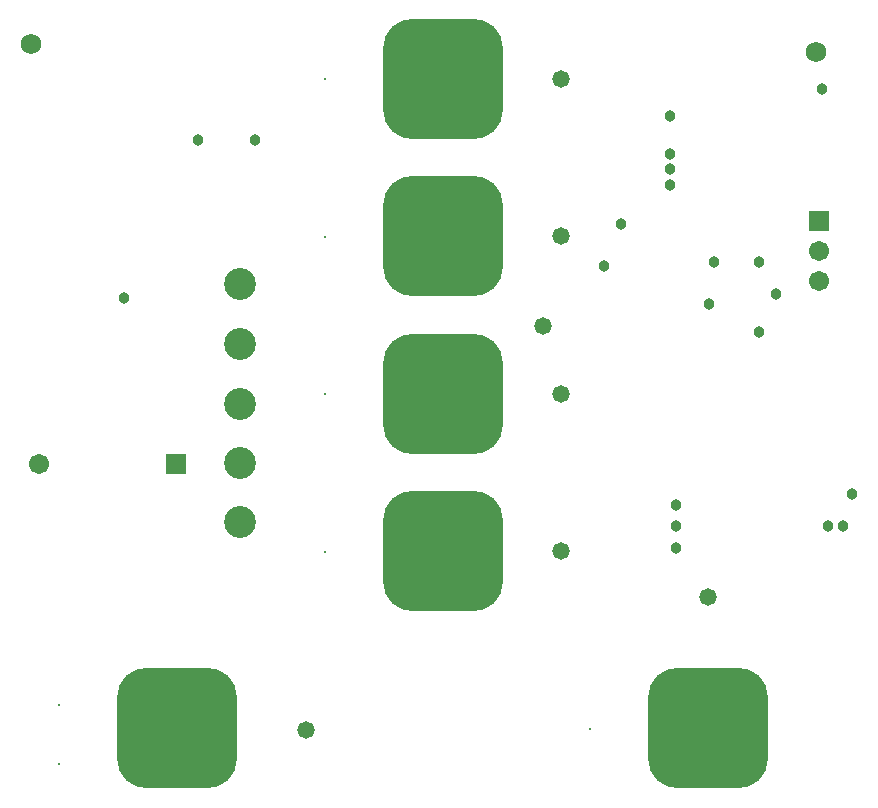
<source format=gbs>
%FSDAX24Y24*%
%MOIN*%
%SFA1B1*%

%IPPOS*%
%AMD107*
4,1,8,0.098400,0.200800,-0.098400,0.200800,-0.200800,0.098400,-0.200800,-0.098400,-0.098400,-0.200800,0.098400,-0.200800,0.200800,-0.098400,0.200800,0.098400,0.098400,0.200800,0.0*
1,1,0.204800,0.098400,0.098400*
1,1,0.204800,-0.098400,0.098400*
1,1,0.204800,-0.098400,-0.098400*
1,1,0.204800,0.098400,-0.098400*
%
%ADD99C,0.008000*%
%ADD100C,0.067100*%
%ADD101R,0.067100X0.067100*%
%ADD102C,0.106400*%
%ADD103R,0.067100X0.067100*%
%ADD104C,0.068000*%
%ADD105C,0.038000*%
%ADD106C,0.058000*%
G04~CAMADD=107~8~0.0~0.0~4017.0~4017.0~1024.0~0.0~15~0.0~0.0~0.0~0.0~0~0.0~0.0~0.0~0.0~0~0.0~0.0~0.0~0.0~4017.0~4017.0*
%ADD107D107*%
%LNde-250624-1*%
%LPD*%
G54D99*
X029695Y013927D03*
X011978Y014714D03*
Y012746D03*
X020837Y025082D03*
Y030331D03*
Y035581D03*
Y019833D03*
G54D100*
X011307Y022750D03*
X037300Y029850D03*
Y028850D03*
G54D101*
X015893Y022750D03*
G54D102*
X018000Y020816D03*
Y022784D03*
Y028750D03*
Y026750D03*
Y024750D03*
G54D103*
X037300Y030850D03*
G54D104*
X011050Y036750D03*
X037200Y036500D03*
G54D105*
X033800Y029500D03*
X037400Y035250D03*
X032550Y019950D03*
Y020700D03*
Y021400D03*
X016600Y033550D03*
X018500D03*
X030150Y029350D03*
X032350Y032575D03*
X014150Y028300D03*
X032350Y033100D03*
X038400Y021750D03*
X037600Y020700D03*
X038100D03*
X032350Y034350D03*
Y032050D03*
X035883Y028417D03*
X035300Y027150D03*
X030700Y030750D03*
X035300Y029500D03*
X033650Y028100D03*
G54D106*
X033622Y018328D03*
X020200Y013900D03*
X028709Y019850D03*
Y025100D03*
Y030350D03*
Y035591D03*
X028100Y027350D03*
G54D107*
X033622Y013937D03*
X015906D03*
X024764Y019843D03*
Y025092D03*
Y030341D03*
Y035591D03*
M02*
</source>
